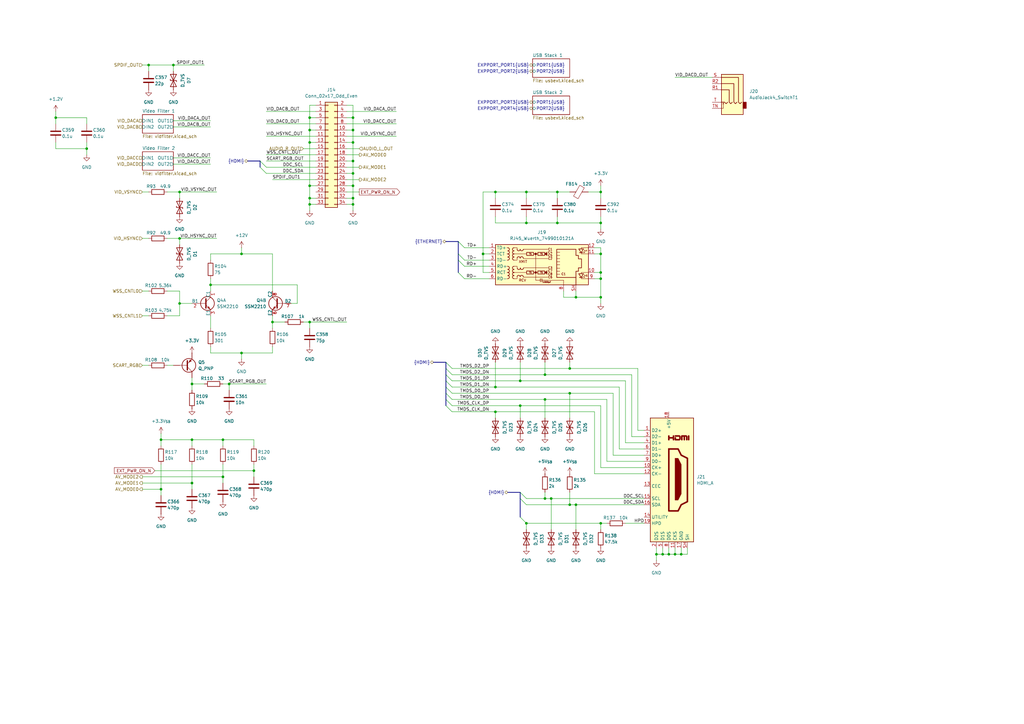
<source format=kicad_sch>
(kicad_sch (version 20250114) (generator "eeschema") (generator_version "9.0")
  (paper "A3")
  (junction (at 223.52 204.47))
  (junction (at 144.78 81.28))
  (junction (at 127 132.08))
  (junction (at 144.78 66.04))
  (junction (at 215.9 91.44))
  (junction (at 144.78 48.26))
  (junction (at 99.06 144.78))
  (junction (at 144.78 71.12))
  (junction (at 35.56 60.96))
  (junction (at 246.38 111.76))
  (junction (at 215.9 214.63))
  (junction (at 246.38 114.3))
  (junction (at 233.68 207.01))
  (junction (at 144.78 83.82))
  (junction (at 236.22 207.01))
  (junction (at 60.96 26.67))
  (junction (at 246.38 78.74))
  (junction (at 104.14 193.04))
  (junction (at 144.78 53.34))
  (junction (at 213.36 166.37))
  (junction (at 203.2 158.75))
  (junction (at 198.12 104.14))
  (junction (at 215.9 78.74))
  (junction (at 71.12 26.67))
  (junction (at 66.04 200.66))
  (junction (at 274.32 227.33))
  (junction (at 269.24 227.33))
  (junction (at 246.38 214.63))
  (junction (at 66.04 180.34))
  (junction (at 91.44 180.34))
  (junction (at 127 83.82))
  (junction (at 93.98 157.48))
  (junction (at 73.66 97.79))
  (junction (at 127 48.26))
  (junction (at 246.38 121.92))
  (junction (at 228.6 91.44))
  (junction (at 236.22 121.92))
  (junction (at 271.78 227.33))
  (junction (at 91.44 195.58))
  (junction (at 233.68 151.13))
  (junction (at 127 81.28))
  (junction (at 73.66 78.74))
  (junction (at 279.4 227.33))
  (junction (at 78.74 157.48))
  (junction (at 226.06 204.47))
  (junction (at 246.38 91.44))
  (junction (at 111.76 132.08))
  (junction (at 86.36 116.84))
  (junction (at 78.74 180.34))
  (junction (at 276.86 227.33))
  (junction (at 223.52 153.67))
  (junction (at 22.86 48.26))
  (junction (at 233.68 161.29))
  (junction (at 203.2 78.74))
  (junction (at 144.78 76.2))
  (junction (at 223.52 163.83))
  (junction (at 228.6 78.74))
  (junction (at 127 53.34))
  (junction (at 99.06 104.14))
  (junction (at 213.36 156.21))
  (junction (at 78.74 198.12))
  (junction (at 73.66 124.46))
  (junction (at 203.2 168.91))
  (junction (at 127 76.2))
  (junction (at 246.38 104.14))
  (junction (at 144.78 58.42))
  (junction (at 127 58.42))
  (bus_entry (at 182.88 158.75) (size 2.54 2.54))
  (bus_entry (at 213.36 201.93) (size 2.54 2.54))
  (bus_entry (at 182.88 166.37) (size 2.54 2.54))
  (bus_entry (at 182.88 151.13) (size 2.54 2.54))
  (bus_entry (at 106.68 68.58) (size 2.54 2.54))
  (bus_entry (at 182.88 156.21) (size 2.54 2.54))
  (bus_entry (at 182.88 148.59) (size 2.54 2.54))
  (bus_entry (at 182.88 161.29) (size 2.54 2.54))
  (bus_entry (at 187.96 99.06) (size 2.54 2.54))
  (bus_entry (at 187.96 104.14) (size 2.54 2.54))
  (bus_entry (at 187.96 106.68) (size 2.54 2.54))
  (bus_entry (at 106.68 66.04) (size 2.54 2.54))
  (bus_entry (at 182.88 153.67) (size 2.54 2.54))
  (bus_entry (at 182.88 163.83) (size 2.54 2.54))
  (bus_entry (at 213.36 212.09) (size 2.54 2.54))
  (bus_entry (at 187.96 111.76) (size 2.54 2.54))
  (bus_entry (at 213.36 204.47) (size 2.54 2.54))
  (wire (pts (xy 243.84 104.14) (xy 246.38 104.14)))
  (wire (pts (xy 142.24 71.12) (xy 144.78 71.12)))
  (wire (pts (xy 127 58.42) (xy 127 76.2)))
  (wire (pts (xy 104.14 180.34) (xy 91.44 180.34)))
  (wire (pts (xy 185.42 163.83) (xy 223.52 163.83)))
  (wire (pts (xy 99.06 104.14) (xy 99.06 101.6)))
  (wire (pts (xy 213.36 166.37) (xy 246.38 166.37)))
  (bus (pts (xy 182.88 163.83) (xy 182.88 161.29)))
  (wire (pts (xy 78.74 190.5) (xy 78.74 198.12)))
  (wire (pts (xy 292.1 31.75) (xy 276.86 31.75)))
  (wire (pts (xy 91.44 182.88) (xy 91.44 180.34)))
  (wire (pts (xy 246.38 191.77) (xy 246.38 166.37)))
  (wire (pts (xy 274.32 224.79) (xy 274.32 227.33)))
  (wire (pts (xy 73.66 97.79) (xy 88.9 97.79)))
  (wire (pts (xy 246.38 76.2) (xy 246.38 78.74)))
  (wire (pts (xy 203.2 168.91) (xy 243.84 168.91)))
  (wire (pts (xy 66.04 200.66) (xy 66.04 203.2)))
  (wire (pts (xy 73.66 78.74) (xy 73.66 81.28)))
  (bus (pts (xy 187.96 111.76) (xy 187.96 106.68)))
  (wire (pts (xy 127 81.28) (xy 127 83.82)))
  (wire (pts (xy 215.9 204.47) (xy 223.52 204.47)))
  (bus (pts (xy 182.88 166.37) (xy 182.88 163.83)))
  (wire (pts (xy 198.12 111.76) (xy 198.12 104.14)))
  (wire (pts (xy 203.2 158.75) (xy 254 158.75)))
  (wire (pts (xy 246.38 101.6) (xy 246.38 104.14)))
  (wire (pts (xy 144.78 48.26) (xy 144.78 53.34)))
  (wire (pts (xy 185.42 151.13) (xy 233.68 151.13)))
  (bus (pts (xy 106.68 66.04) (xy 106.68 68.58)))
  (wire (pts (xy 274.32 227.33) (xy 271.78 227.33)))
  (wire (pts (xy 246.38 121.92) (xy 246.38 124.46)))
  (wire (pts (xy 198.12 104.14) (xy 200.66 104.14)))
  (wire (pts (xy 264.16 176.53) (xy 261.62 176.53)))
  (wire (pts (xy 71.12 26.67) (xy 71.12 29.21)))
  (wire (pts (xy 223.52 153.67) (xy 259.08 153.67)))
  (wire (pts (xy 215.9 88.9) (xy 215.9 91.44)))
  (bus (pts (xy 208.28 201.93) (xy 213.36 201.93)))
  (wire (pts (xy 254 184.15) (xy 254 158.75)))
  (bus (pts (xy 182.88 151.13) (xy 182.88 148.59)))
  (wire (pts (xy 144.78 53.34) (xy 144.78 58.42)))
  (wire (pts (xy 78.74 180.34) (xy 66.04 180.34)))
  (wire (pts (xy 86.36 116.84) (xy 86.36 119.38)))
  (wire (pts (xy 121.92 116.84) (xy 121.92 124.46)))
  (wire (pts (xy 60.96 26.67) (xy 60.96 29.21)))
  (wire (pts (xy 251.46 186.69) (xy 251.46 161.29)))
  (wire (pts (xy 246.38 78.74) (xy 246.38 81.28)))
  (bus (pts (xy 182.88 158.75) (xy 182.88 156.21)))
  (wire (pts (xy 71.12 49.53) (xy 86.36 49.53)))
  (wire (pts (xy 190.5 114.3) (xy 200.66 114.3)))
  (wire (pts (xy 264.16 189.23) (xy 248.92 189.23)))
  (wire (pts (xy 215.9 207.01) (xy 233.68 207.01)))
  (wire (pts (xy 111.76 132.08) (xy 116.84 132.08)))
  (wire (pts (xy 142.24 76.2) (xy 144.78 76.2)))
  (wire (pts (xy 127 76.2) (xy 129.54 76.2)))
  (wire (pts (xy 264.16 184.15) (xy 254 184.15)))
  (wire (pts (xy 246.38 214.63) (xy 246.38 217.17)))
  (bus (pts (xy 187.96 104.14) (xy 187.96 99.06)))
  (wire (pts (xy 236.22 119.38) (xy 236.22 121.92)))
  (wire (pts (xy 215.9 78.74) (xy 228.6 78.74)))
  (wire (pts (xy 233.68 161.29) (xy 233.68 171.45)))
  (wire (pts (xy 78.74 198.12) (xy 78.74 200.66)))
  (wire (pts (xy 78.74 157.48) (xy 78.74 160.02)))
  (bus (pts (xy 187.96 106.68) (xy 187.96 104.14)))
  (wire (pts (xy 200.66 111.76) (xy 198.12 111.76)))
  (wire (pts (xy 71.12 67.31) (xy 86.36 67.31)))
  (wire (pts (xy 86.36 106.68) (xy 86.36 104.14)))
  (wire (pts (xy 111.76 132.08) (xy 111.76 134.62)))
  (wire (pts (xy 127 48.26) (xy 127 53.34)))
  (wire (pts (xy 246.38 114.3) (xy 246.38 121.92)))
  (wire (pts (xy 144.78 76.2) (xy 144.78 81.28)))
  (wire (pts (xy 35.56 60.96) (xy 22.86 60.96)))
  (wire (pts (xy 73.66 78.74) (xy 88.9 78.74)))
  (wire (pts (xy 109.22 55.88) (xy 129.54 55.88)))
  (wire (pts (xy 58.42 119.38) (xy 60.96 119.38)))
  (wire (pts (xy 142.24 55.88) (xy 162.56 55.88)))
  (wire (pts (xy 185.42 168.91) (xy 203.2 168.91)))
  (wire (pts (xy 185.42 158.75) (xy 203.2 158.75)))
  (wire (pts (xy 246.38 91.44) (xy 246.38 93.98)))
  (wire (pts (xy 71.12 26.67) (xy 83.82 26.67)))
  (wire (pts (xy 226.06 204.47) (xy 226.06 217.17)))
  (wire (pts (xy 271.78 227.33) (xy 269.24 227.33)))
  (wire (pts (xy 127 83.82) (xy 127 86.36)))
  (wire (pts (xy 66.04 190.5) (xy 66.04 200.66)))
  (wire (pts (xy 68.58 97.79) (xy 73.66 97.79)))
  (wire (pts (xy 246.38 104.14) (xy 246.38 111.76)))
  (wire (pts (xy 127 83.82) (xy 129.54 83.82)))
  (wire (pts (xy 71.12 52.07) (xy 86.36 52.07)))
  (wire (pts (xy 58.42 129.54) (xy 60.96 129.54)))
  (wire (pts (xy 233.68 151.13) (xy 261.62 151.13)))
  (wire (pts (xy 104.14 182.88) (xy 104.14 180.34)))
  (wire (pts (xy 68.58 149.86) (xy 71.12 149.86)))
  (wire (pts (xy 111.76 73.66) (xy 129.54 73.66)))
  (wire (pts (xy 142.24 45.72) (xy 162.56 45.72)))
  (wire (pts (xy 215.9 214.63) (xy 215.9 217.17)))
  (wire (pts (xy 264.16 191.77) (xy 246.38 191.77)))
  (wire (pts (xy 236.22 207.01) (xy 236.22 217.17)))
  (wire (pts (xy 73.66 97.79) (xy 73.66 100.33)))
  (wire (pts (xy 86.36 142.24) (xy 86.36 144.78)))
  (wire (pts (xy 203.2 168.91) (xy 203.2 171.45)))
  (wire (pts (xy 99.06 144.78) (xy 99.06 147.32)))
  (wire (pts (xy 223.52 163.83) (xy 248.92 163.83)))
  (wire (pts (xy 111.76 142.24) (xy 111.76 144.78)))
  (wire (pts (xy 243.84 101.6) (xy 246.38 101.6)))
  (wire (pts (xy 86.36 129.54) (xy 86.36 134.62)))
  (wire (pts (xy 91.44 190.5) (xy 91.44 195.58)))
  (wire (pts (xy 185.42 166.37) (xy 213.36 166.37)))
  (wire (pts (xy 248.92 189.23) (xy 248.92 163.83)))
  (wire (pts (xy 228.6 91.44) (xy 246.38 91.44)))
  (wire (pts (xy 22.86 50.8) (xy 22.86 48.26)))
  (wire (pts (xy 233.68 201.93) (xy 233.68 207.01)))
  (wire (pts (xy 213.36 166.37) (xy 213.36 171.45)))
  (wire (pts (xy 129.54 81.28) (xy 127 81.28)))
  (wire (pts (xy 144.78 66.04) (xy 144.78 71.12)))
  (wire (pts (xy 256.54 214.63) (xy 264.16 214.63)))
  (wire (pts (xy 243.84 194.31) (xy 243.84 168.91)))
  (wire (pts (xy 264.16 186.69) (xy 251.46 186.69)))
  (wire (pts (xy 246.38 214.63) (xy 248.92 214.63)))
  (wire (pts (xy 127 48.26) (xy 129.54 48.26)))
  (wire (pts (xy 22.86 60.96) (xy 22.86 58.42)))
  (wire (pts (xy 203.2 88.9) (xy 203.2 91.44)))
  (wire (pts (xy 203.2 91.44) (xy 215.9 91.44)))
  (wire (pts (xy 142.24 43.18) (xy 144.78 43.18)))
  (wire (pts (xy 215.9 91.44) (xy 228.6 91.44)))
  (wire (pts (xy 124.46 132.08) (xy 127 132.08)))
  (wire (pts (xy 93.98 157.48) (xy 93.98 160.02)))
  (wire (pts (xy 259.08 179.07) (xy 259.08 153.67)))
  (wire (pts (xy 213.36 156.21) (xy 213.36 148.59)))
  (wire (pts (xy 35.56 58.42) (xy 35.56 60.96)))
  (wire (pts (xy 71.12 26.67) (xy 60.96 26.67)))
  (wire (pts (xy 190.5 106.68) (xy 200.66 106.68)))
  (wire (pts (xy 93.98 157.48) (xy 109.22 157.48)))
  (wire (pts (xy 271.78 224.79) (xy 271.78 227.33)))
  (wire (pts (xy 111.76 104.14) (xy 111.76 119.38)))
  (wire (pts (xy 203.2 158.75) (xy 203.2 148.59)))
  (wire (pts (xy 127 76.2) (xy 127 81.28)))
  (wire (pts (xy 233.68 207.01) (xy 236.22 207.01)))
  (wire (pts (xy 269.24 224.79) (xy 269.24 227.33)))
  (wire (pts (xy 203.2 78.74) (xy 215.9 78.74)))
  (wire (pts (xy 243.84 111.76) (xy 246.38 111.76)))
  (wire (pts (xy 223.52 204.47) (xy 226.06 204.47)))
  (wire (pts (xy 246.38 91.44) (xy 246.38 88.9)))
  (wire (pts (xy 127 58.42) (xy 129.54 58.42)))
  (wire (pts (xy 190.5 109.22) (xy 200.66 109.22)))
  (bus (pts (xy 177.8 148.59) (xy 182.88 148.59)))
  (wire (pts (xy 58.42 198.12) (xy 78.74 198.12)))
  (wire (pts (xy 71.12 64.77) (xy 86.36 64.77)))
  (wire (pts (xy 223.52 153.67) (xy 223.52 148.59)))
  (wire (pts (xy 144.78 58.42) (xy 144.78 66.04)))
  (bus (pts (xy 182.88 99.06) (xy 187.96 99.06)))
  (wire (pts (xy 127 132.08) (xy 127 134.62)))
  (wire (pts (xy 99.06 104.14) (xy 111.76 104.14)))
  (wire (pts (xy 198.12 78.74) (xy 203.2 78.74)))
  (wire (pts (xy 73.66 119.38) (xy 73.66 124.46)))
  (wire (pts (xy 228.6 78.74) (xy 233.68 78.74)))
  (bus (pts (xy 182.88 153.67) (xy 182.88 151.13)))
  (wire (pts (xy 73.66 124.46) (xy 78.74 124.46)))
  (wire (pts (xy 78.74 180.34) (xy 91.44 180.34)))
  (wire (pts (xy 86.36 114.3) (xy 86.36 116.84)))
  (wire (pts (xy 22.86 48.26) (xy 35.56 48.26)))
  (wire (pts (xy 142.24 68.58) (xy 147.32 68.58)))
  (wire (pts (xy 86.36 116.84) (xy 121.92 116.84)))
  (wire (pts (xy 127 53.34) (xy 129.54 53.34)))
  (wire (pts (xy 231.14 121.92) (xy 236.22 121.92)))
  (wire (pts (xy 58.42 149.86) (xy 60.96 149.86)))
  (wire (pts (xy 35.56 60.96) (xy 35.56 63.5)))
  (wire (pts (xy 279.4 227.33) (xy 276.86 227.33)))
  (wire (pts (xy 215.9 214.63) (xy 246.38 214.63)))
  (wire (pts (xy 58.42 97.79) (xy 60.96 97.79)))
  (wire (pts (xy 276.86 227.33) (xy 274.32 227.33)))
  (wire (pts (xy 256.54 181.61) (xy 256.54 156.21)))
  (wire (pts (xy 129.54 63.5) (xy 109.22 63.5)))
  (wire (pts (xy 129.54 60.96) (xy 124.46 60.96)))
  (wire (pts (xy 144.78 71.12) (xy 144.78 76.2)))
  (wire (pts (xy 236.22 121.92) (xy 246.38 121.92)))
  (wire (pts (xy 142.24 58.42) (xy 144.78 58.42)))
  (wire (pts (xy 264.16 181.61) (xy 256.54 181.61)))
  (wire (pts (xy 236.22 207.01) (xy 264.16 207.01)))
  (wire (pts (xy 73.66 129.54) (xy 68.58 129.54)))
  (wire (pts (xy 86.36 144.78) (xy 99.06 144.78)))
  (wire (pts (xy 58.42 78.74) (xy 60.96 78.74)))
  (wire (pts (xy 144.78 43.18) (xy 144.78 48.26)))
  (wire (pts (xy 142.24 60.96) (xy 147.32 60.96)))
  (wire (pts (xy 276.86 224.79) (xy 276.86 227.33)))
  (wire (pts (xy 233.68 151.13) (xy 233.68 148.59)))
  (bus (pts (xy 101.6 66.04) (xy 106.68 66.04)))
  (wire (pts (xy 228.6 88.9) (xy 228.6 91.44)))
  (wire (pts (xy 104.14 190.5) (xy 104.14 193.04)))
  (wire (pts (xy 86.36 104.14) (xy 99.06 104.14)))
  (wire (pts (xy 241.3 78.74) (xy 246.38 78.74)))
  (wire (pts (xy 142.24 50.8) (xy 162.56 50.8)))
  (wire (pts (xy 91.44 195.58) (xy 91.44 198.12)))
  (wire (pts (xy 58.42 200.66) (xy 66.04 200.66)))
  (wire (pts (xy 243.84 114.3) (xy 246.38 114.3)))
  (wire (pts (xy 185.42 156.21) (xy 213.36 156.21)))
  (wire (pts (xy 68.58 78.74) (xy 73.66 78.74)))
  (wire (pts (xy 127 132.08) (xy 142.24 132.08)))
  (wire (pts (xy 185.42 161.29) (xy 233.68 161.29)))
  (wire (pts (xy 142.24 83.82) (xy 144.78 83.82)))
  (wire (pts (xy 109.22 50.8) (xy 129.54 50.8)))
  (wire (pts (xy 261.62 176.53) (xy 261.62 151.13)))
  (wire (pts (xy 35.56 48.26) (xy 35.56 50.8)))
  (wire (pts (xy 111.76 129.54) (xy 111.76 132.08)))
  (wire (pts (xy 58.42 195.58) (xy 91.44 195.58)))
  (wire (pts (xy 78.74 154.94) (xy 78.74 157.48)))
  (wire (pts (xy 129.54 43.18) (xy 127 43.18)))
  (wire (pts (xy 213.36 156.21) (xy 256.54 156.21)))
  (wire (pts (xy 68.58 119.38) (xy 73.66 119.38)))
  (wire (pts (xy 198.12 78.74) (xy 198.12 104.14)))
  (wire (pts (xy 223.52 163.83) (xy 223.52 171.45)))
  (wire (pts (xy 109.22 71.12) (xy 129.54 71.12)))
  (wire (pts (xy 22.86 45.72) (xy 22.86 48.26)))
  (wire (pts (xy 66.04 177.8) (xy 66.04 180.34)))
  (wire (pts (xy 58.42 26.67) (xy 60.96 26.67)))
  (bus (pts (xy 213.36 204.47) (xy 213.36 201.93)))
  (wire (pts (xy 121.92 124.46) (xy 119.38 124.46)))
  (wire (pts (xy 226.06 204.47) (xy 264.16 204.47)))
  (wire (pts (xy 142.24 81.28) (xy 144.78 81.28)))
  (wire (pts (xy 185.42 153.67) (xy 223.52 153.67)))
  (wire (pts (xy 269.24 227.33) (xy 269.24 229.87)))
  (wire (pts (xy 144.78 81.28) (xy 144.78 83.82)))
  (wire (pts (xy 231.14 119.38) (xy 231.14 121.92)))
  (wire (pts (xy 78.74 180.34) (xy 78.74 182.88)))
  (bus (pts (xy 213.36 212.09) (xy 213.36 204.47)))
  (wire (pts (xy 281.94 224.79) (xy 281.94 227.33)))
  (wire (pts (xy 264.16 194.31) (xy 243.84 194.31)))
  (wire (pts (xy 142.24 48.26) (xy 144.78 48.26)))
  (wire (pts (xy 129.54 66.04) (xy 109.22 66.04)))
  (wire (pts (xy 215.9 78.74) (xy 215.9 81.28)))
  (bus (pts (xy 182.88 161.29) (xy 182.88 158.75)))
  (wire (pts (xy 228.6 78.74) (xy 228.6 81.28)))
  (wire (pts (xy 144.78 83.82) (xy 144.78 86.36)))
  (wire (pts (xy 223.52 201.93) (xy 223.52 204.47)))
  (wire (pts (xy 109.22 68.58) (xy 129.54 68.58)))
  (wire (pts (xy 142.24 66.04) (xy 144.78 66.04)))
  (wire (pts (xy 281.94 227.33) (xy 279.4 227.33)))
  (wire (pts (xy 78.74 157.48) (xy 83.82 157.48)))
  (wire (pts (xy 91.44 157.48) (xy 93.98 157.48)))
  (wire (pts (xy 66.04 180.34) (xy 66.04 182.88)))
  (wire (pts (xy 142.24 73.66) (xy 147.32 73.66)))
  (wire (pts (xy 233.68 161.29) (xy 251.46 161.29)))
  (wire (pts (xy 279.4 224.79) (xy 279.4 227.33)))
  (wire (pts (xy 127 53.34) (xy 127 58.42)))
  (wire (pts (xy 190.5 101.6) (xy 200.66 101.6)))
  (wire (pts (xy 246.38 111.76) (xy 246.38 114.3)))
  (wire (pts (xy 63.5 193.04) (xy 104.14 193.04)))
  (bus (pts (xy 182.88 156.21) (xy 182.88 153.67)))
  (wire (pts (xy 142.24 63.5) (xy 147.32 63.5)))
  (wire (pts (xy 264.16 179.07) (xy 259.08 179.07)))
  (wire (pts (xy 109.22 45.72) (xy 129.54 45.72)))
  (wire (pts (xy 203.2 78.74) (xy 203.2 81.28)))
  (wire (pts (xy 127 43.18) (xy 127 48.26)))
  (wire (pts (xy 142.24 78.74) (xy 147.32 78.74)))
  (wire (pts (xy 99.06 144.78) (xy 111.76 144.78)))
  (wire (pts (xy 73.66 124.46) (xy 73.66 129.54)))
  (wire (pts (xy 104.14 193.04) (xy 104.14 195.58)))
  (wire (pts (xy 142.24 53.34) (xy 144.78 53.34)))
  (label "VID_DACB_OUT" (at 109.22 45.72 0))
  (label "RD-" (at 195.58 114.3 180))
  (label "VID_DACA_OUT" (at 162.56 45.72 180))
  (label "VID_DACD_OUT" (at 86.36 67.31 180))
  (label "VID_HSYNC_OUT" (at 109.22 55.88 0))
  (label "TMDS_CLK_DN" (at 200.66 168.91 180))
  (label "VID_DACA_OUT" (at 86.36 49.53 180))
  (label "VID_VSYNC_OUT" (at 88.9 78.74 180))
  (label "RD+" (at 195.58 109.22 180))
  (label "VID_DACC_OUT" (at 86.36 64.77 180))
  (label "TMDS_D0_DP" (at 200.66 161.29 180))
  (label "WSS_CNTL_OUT" (at 109.22 63.5 0))
  (label "TMDS_D1_DN" (at 200.66 158.75 180))
  (label "TMDS_D2_DN" (at 200.66 153.67 180))
  (label "VID_HSYNC_OUT" (at 88.9 97.79 180))
  (label "TMDS_D1_DP" (at 200.66 156.21 180))
  (label "SCART_RGB_OUT" (at 109.22 66.04 0))
  (label "TMDS_CLK_DP" (at 200.66 166.37 180))
  (label "DDC_SDA" (at 124.46 71.12 180))
  (label "VID_DACD_OUT" (at 276.86 31.75 0))
  (label "DDC_SCL" (at 264.16 204.47 180))
  (label "DDC_SDA" (at 264.16 207.01 180))
  (label "HPD" (at 264.16 214.63 180))
  (label "TMDS_D0_DN" (at 200.66 163.83 180))
  (label "TD-" (at 195.58 106.68 180))
  (label "VID_DACC_OUT" (at 162.56 50.8 180))
  (label "SPDIF_OUT1" (at 83.82 26.67 180))
  (label "DDC_SCL" (at 124.46 68.58 180))
  (label "VID_DACD_OUT" (at 109.22 50.8 0))
  (label "SPDIF_OUT1" (at 111.76 73.66 0))
  (label "VID_VSYNC_OUT" (at 162.56 55.88 180))
  (label "TD+" (at 195.58 101.6 180))
  (label "TMDS_D2_DP" (at 200.66 151.13 180))
  (label "SCART_RGB_OUT" (at 109.22 157.48 180))
  (label "WSS_CNTL_OUT" (at 142.24 132.08 180))
  (label "VID_DACB_OUT" (at 86.36 52.07 180))
  (global_label "EXT_PWR_ON_N" (shape input) (at 63.5 193.04 180) (property "Intersheetrefs" "${INTERSHEET_REFS}" (at 46.303 193.04 0) (effects (justify right))))
  (global_label "EXT_PWR_ON_N" (shape output) (at 147.32 78.74 0) (property "Intersheetrefs" "${INTERSHEET_REFS}" (at 164.517 78.74 0) (effects (justify left))))
  (hierarchical_label "{HDMI}" (shape bidirectional) (at 101.6 66.04 180))
  (hierarchical_label "{HDMI}" (shape bidirectional) (at 208.28 201.93 180))
  (hierarchical_label "{HDMI}" (shape bidirectional) (at 177.8 148.59 180))
  (hierarchical_label "SPDIF_OUT" (shape input) (at 58.42 26.67 180))
  (hierarchical_label "AV_MODE2" (shape output) (at 58.42 195.58 180))
  (hierarchical_label "VID_HSYNC" (shape input) (at 58.42 97.79 180))
  (hierarchical_label "AV_MODE0" (shape output) (at 147.32 63.5 0))
  (hierarchical_label "EXPPORT_PORT4{USB}" (shape bidirectional) (at 218.44 44.45 180))
  (hierarchical_label "{ETHERNET}" (shape bidirectional) (at 182.88 99.06 180))
  (hierarchical_label "AUDIO_R_OUT" (shape input) (at 124.46 60.96 180))
  (hierarchical_label "AV_MODE0" (shape output) (at 58.42 200.66 180))
  (hierarchical_label "SCART_RGB" (shape input) (at 58.42 149.86 180))
  (hierarchical_label "AV_MODE1" (shape output) (at 147.32 68.58 0))
  (hierarchical_label "VID_DACB" (shape input) (at 58.42 52.07 180))
  (hierarchical_label "VID_DACC" (shape input) (at 58.42 64.77 180))
  (hierarchical_label "AV_MODE1" (shape output) (at 58.42 198.12 180))
  (hierarchical_label "VID_DACD" (shape input) (at 58.42 67.31 180))
  (hierarchical_label "WSS_CNTL0" (shape input) (at 58.42 119.38 180))
  (hierarchical_label "VID_VSYNC" (shape input) (at 58.42 78.74 180))
  (hierarchical_label "EXPPORT_PORT3{USB}" (shape bidirectional) (at 218.44 41.91 180))
  (hierarchical_label "AV_MODE2" (shape output) (at 147.32 73.66 0))
  (hierarchical_label "EXPPORT_PORT1{USB}" (shape bidirectional) (at 218.44 26.67 180))
  (hierarchical_label "AUDIO_L_OUT" (shape input) (at 147.32 60.96 0))
  (hierarchical_label "WSS_CNTL1" (shape input) (at 58.42 129.54 180))
  (hierarchical_label "EXPPORT_PORT2{USB}" (shape bidirectional) (at 218.44 29.21 180))
  (hierarchical_label "VID_DACA" (shape input) (at 58.42 49.53 180))
  (symbol (lib_id "Device:D_TVS") (at 223.52 144.78 90) (unit 1)
    (property "Reference" "D28" (at 217.17 144.78 0))
    (property "Value" "D_TVS" (at 219.71 144.78 0))
    (property "Description" "Bidirectional transient-voltage-suppression diode" (effects (hide yes)))
  )
  (symbol (lib_id "power:GND") (at 269.24 229.87 0) (unit 1)
    (property "Reference" "#PWR0286" (effects (hide yes)))
    (property "Value" "GND" (at 269.24 234.95 0))
    (property "Description" "Power symbol creates a global label with name \"GND\" , ground" (effects (hide yes)))
  )
  (symbol (lib_id "Connector:HDMI_A") (at 274.32 196.85 0) (unit 1)
    (property "Reference" "J21" (at 285.75 195.5799 0) (effects (justify left)))
    (property "Value" "HDMI_A" (at 285.75 198.1199 0) (effects (justify left)))
    (property "Datasheet" "https://en.wikipedia.org/wiki/HDMI" (effects (hide yes)))
    (property "Description" "HDMI type A connector" (effects (hide yes)))
  )
  (symbol (lib_id "Connector_Audio:AudioJack4_SwitchT1") (at 297.18 36.83 0) (mirror y) (unit 1)
    (property "Reference" "J20" (at 307.34 37.4649 0) (effects (justify right)))
    (property "Value" "AudioJack4_SwitchT1" (at 307.34 40.0049 0) (effects (justify right)))
    (property "Description" "Audio Jack, 4 Poles (Stereo / TRRS), Switched T1 Pole (Normalling)" (effects (hide yes)))
  )
  (symbol (lib_id "power:GND") (at 99.06 147.32 0) (unit 1)
    (property "Reference" "#PWR0219" (effects (hide yes)))
    (property "Value" "GND" (at 99.06 152.4 0))
    (property "Description" "Power symbol creates a global label with name \"GND\" , ground" (effects (hide yes)))
  )
  (symbol (lib_id "Device:R") (at 87.63 157.48 90) (unit 1)
    (property "Reference" "R110" (at 84.836 155.194 90))
    (property "Value" "33" (at 90.678 155.194 90))
    (property "Description" "Resistor" (effects (hide yes)))
  )
  (symbol (lib_id "power:+5V") (at 233.68 194.31 0) (unit 1)
    (property "Reference" "#PWR0287" (effects (hide yes)))
    (property "Value" "+5V_{SB}" (at 233.68 189.23 0))
    (property "Description" "Power symbol creates a global label with name \"+5V\"" (effects (hide yes)))
  )
  (symbol (lib_id "power:GND") (at 93.98 167.64 0) (unit 1)
    (property "Reference" "#PWR0225" (effects (hide yes)))
    (property "Value" "GND" (at 93.98 172.72 0))
    (property "Description" "Power symbol creates a global label with name \"GND\" , ground" (effects (hide yes)))
  )
  (symbol (lib_id "power:GND") (at 127 86.36 0) (unit 1)
    (property "Reference" "#PWR0284" (effects (hide yes)))
    (property "Value" "GND" (at 127 91.44 0))
    (property "Description" "Power symbol creates a global label with name \"GND\" , ground" (effects (hide yes)))
  )
  (symbol (lib_id "power:GND") (at 223.52 179.07 0) (unit 1)
    (property "Reference" "#PWR0291" (effects (hide yes)))
    (property "Value" "GND" (at 223.52 184.15 0))
    (property "Description" "Power symbol creates a global label with name \"GND\" , ground" (effects (hide yes)))
  )
  (symbol (lib_id "power:+3.3V") (at 246.38 76.2 0) (unit 1)
    (property "Reference" "#PWR0273" (effects (hide yes)))
    (property "Value" "+3.3V" (at 246.38 71.12 0))
    (property "Description" "Power symbol creates a global label with name \"+3.3V\"" (effects (hide yes)))
  )
  (symbol (lib_id "Device:D_TVS") (at 226.06 220.98 270) (unit 1)
    (property "Reference" "D31" (at 232.41 220.98 0))
    (property "Value" "D_TVS" (at 229.87 220.98 0))
    (property "Description" "Bidirectional transient-voltage-suppression diode" (effects (hide yes)))
  )
  (symbol (lib_id "Device:R") (at 78.74 163.83 0) (unit 1)
    (property "Reference" "R109" (at 80.264 162.56 0) (effects (justify left)))
    (property "Value" "10k" (at 80.264 165.1 0) (effects (justify left)))
    (property "Description" "Resistor" (effects (hide yes)))
  )
  (symbol (lib_id "power:GND") (at 66.04 210.82 0) (unit 1)
    (property "Reference" "#PWR0228" (effects (hide yes)))
    (property "Value" "GND" (at 66.04 215.9 0))
    (property "Description" "Power symbol creates a global label with name \"GND\" , ground" (effects (hide yes)))
  )
  (symbol (lib_id "power:VDD") (at 22.86 45.72 0) (unit 1)
    (property "Reference" "#PWR0221" (effects (hide yes)))
    (property "Value" "+1.2V" (at 22.86 40.64 0))
    (property "Description" "Power symbol creates a global label with name \"VDD\"" (effects (hide yes)))
  )
  (symbol (lib_id "power:GND") (at 223.52 140.97 180) (unit 1)
    (property "Reference" "#PWR0294" (effects (hide yes)))
    (property "Value" "GND" (at 223.52 135.89 0))
    (property "Description" "Power symbol creates a global label with name \"GND\" , ground" (effects (hide yes)))
  )
  (symbol (lib_id "Device:C") (at 228.6 85.09 0) (unit 1)
    (property "Reference" "C380" (at 231.14 83.82 0) (effects (justify left)))
    (property "Value" "0.1u" (at 231.14 86.36 0) (effects (justify left)))
    (property "Description" "Unpolarized capacitor" (effects (hide yes)))
  )
  (symbol (lib_id "Device:D_TVS") (at 73.66 104.14 270) (unit 1)
    (property "Reference" "D1" (at 80.01 104.14 0))
    (property "Value" "D_TVS" (at 77.47 104.14 0))
    (property "Description" "Bidirectional transient-voltage-suppression diode" (effects (hide yes)))
  )
  (symbol (lib_id "Device:R") (at 104.14 186.69 0) (unit 1)
    (property "Reference" "R120" (at 105.664 185.42 0) (effects (justify left)))
    (property "Value" "10k" (at 105.664 187.96 0) (effects (justify left)))
    (property "Description" "Resistor" (effects (hide yes)))
  )
  (symbol (lib_id "Device:C") (at 127 138.43 0) (unit 1)
    (property "Reference" "C358" (at 129.54 137.16 0) (effects (justify left)))
    (property "Value" "75p" (at 129.54 139.7 0) (effects (justify left)))
    (property "Description" "Unpolarized capacitor" (effects (hide yes)))
  )
  (symbol (lib_id "power:GND") (at 246.38 93.98 0) (unit 1)
    (property "Reference" "#PWR0274" (effects (hide yes)))
    (property "Value" "GND" (at 246.38 99.06 0))
    (property "Description" "Power symbol creates a global label with name \"GND\" , ground" (effects (hide yes)))
  )
  (symbol (lib_id "power:GND") (at 213.36 140.97 180) (unit 1)
    (property "Reference" "#PWR0295" (effects (hide yes)))
    (property "Value" "GND" (at 213.36 135.89 0))
    (property "Description" "Power symbol creates a global label with name \"GND\" , ground" (effects (hide yes)))
  )
  (symbol (lib_id "Device:R") (at 64.77 129.54 90) (unit 1)
    (property "Reference" "R103" (at 61.976 127.254 90))
    (property "Value" "4.75k" (at 67.818 127.254 90))
    (property "Description" "Resistor" (effects (hide yes)))
  )
  (symbol (lib_id "power:GND") (at 236.22 224.79 0) (unit 1)
    (property "Reference" "#PWR0298" (effects (hide yes)))
    (property "Value" "GND" (at 236.22 229.87 0))
    (property "Description" "Power symbol creates a global label with name \"GND\" , ground" (effects (hide yes)))
  )
  (symbol (lib_id "Device:Q_PNP") (at 76.2 149.86 0) (mirror x) (unit 1)
    (property "Reference" "Q5" (at 81.28 148.59 0) (effects (justify left)))
    (property "Value" "Q_PNP" (at 81.28 151.13 0) (effects (justify left)))
    (property "Description" "PNP bipolar junction transistor" (effects (hide yes)))
  )
  (symbol (lib_id "Device:D_TVS") (at 233.68 175.26 270) (unit 1)
    (property "Reference" "D26" (at 240.03 175.26 0))
    (property "Value" "D_TVS" (at 237.49 175.26 0))
    (property "Description" "Bidirectional transient-voltage-suppression diode" (effects (hide yes)))
  )
  (symbol (lib_id "Device:C") (at 93.98 163.83 0) (unit 1)
    (property "Reference" "C361" (at 96.52 162.56 0) (effects (justify left)))
    (property "Value" "10n" (at 96.52 165.1 0) (effects (justify left)))
    (property "Description" "Unpolarized capacitor" (effects (hide yes)))
  )
  (symbol (lib_id "power:+3.3V") (at 66.04 177.8 0) (unit 1)
    (property "Reference" "#PWR0232" (effects (hide yes)))
    (property "Value" "+3.3V_{SB}" (at 66.04 172.72 0))
    (property "Description" "Power symbol creates a global label with name \"+3.3V\"" (effects (hide yes)))
  )
  (symbol (lib_id "power:GND") (at 71.12 36.83 0) (unit 1)
    (property "Reference" "#PWR0216" (effects (hide yes)))
    (property "Value" "GND" (at 71.12 41.91 0))
    (property "Description" "Power symbol creates a global label with name \"GND\" , ground" (effects (hide yes)))
  )
  (symbol (lib_id "Device:C") (at 78.74 204.47 0) (unit 1)
    (property "Reference" "C367" (at 81.28 203.2 0) (effects (justify left)))
    (property "Value" "470p" (at 81.28 205.74 0) (effects (justify left)))
    (property "Description" "Unpolarized capacitor" (effects (hide yes)))
  )
  (symbol (lib_id "Device:D_TVS") (at 213.36 144.78 90) (unit 1)
    (property "Reference" "D29" (at 207.01 144.78 0))
    (property "Value" "D_TVS" (at 209.55 144.78 0))
    (property "Description" "Bidirectional transient-voltage-suppression diode" (effects (hide yes)))
  )
  (symbol (lib_id "power:GND") (at 91.44 205.74 0) (unit 1)
    (property "Reference" "#PWR0230" (effects (hide yes)))
    (property "Value" "GND" (at 91.44 210.82 0))
    (property "Description" "Power symbol creates a global label with name \"GND\" , ground" (effects (hide yes)))
  )
  (symbol (lib_id "Device:R") (at 246.38 220.98 0) (unit 1)
    (property "Reference" "R138" (at 247.904 219.71 0) (effects (justify left)))
    (property "Value" "47.5k" (at 247.904 222.25 0) (effects (justify left)))
    (property "Description" "Resistor" (effects (hide yes)))
  )
  (symbol (lib_id "power:+5V") (at 223.52 194.31 0) (unit 1)
    (property "Reference" "#PWR0288" (effects (hide yes)))
    (property "Value" "+5V_{SB}" (at 223.52 189.23 0))
    (property "Description" "Power symbol creates a global label with name \"+5V\"" (effects (hide yes)))
  )
  (symbol (lib_id "power:GND") (at 144.78 86.36 0) (unit 1)
    (property "Reference" "#PWR0285" (effects (hide yes)))
    (property "Value" "GND" (at 144.78 91.44 0))
    (property "Description" "Power symbol creates a global label with name \"GND\" , ground" (effects (hide yes)))
  )
  (symbol (lib_id "power:GND") (at 73.66 107.95 0) (unit 1)
    (property "Reference" "#PWR0182" (effects (hide yes)))
    (property "Value" "GND" (at 73.66 113.03 0))
    (property "Description" "Power symbol creates a global label with name \"GND\" , ground" (effects (hide yes)))
  )
  (symbol (lib_id "Device:C") (at 35.56 54.61 0) (unit 1)
    (property "Reference" "C360" (at 38.1 53.34 0) (effects (justify left)))
    (property "Value" "0.1u" (at 38.1 55.88 0) (effects (justify left)))
    (property "Description" "Unpolarized capacitor" (effects (hide yes)))
  )
  (symbol (lib_id "Device:C") (at 60.96 33.02 0) (unit 1)
    (property "Reference" "C357" (at 63.5 31.75 0) (effects (justify left)))
    (property "Value" "22p" (at 63.5 34.29 0) (effects (justify left)))
    (property "Description" "Unpolarized capacitor" (effects (hide yes)))
  )
  (symbol (lib_id "power:GND") (at 233.68 179.07 0) (unit 1)
    (property "Reference" "#PWR0292" (effects (hide yes)))
    (property "Value" "GND" (at 233.68 184.15 0))
    (property "Description" "Power symbol creates a global label with name \"GND\" , ground" (effects (hide yes)))
  )
  (symbol (lib_id "power:GND") (at 203.2 140.97 180) (unit 1)
    (property "Reference" "#PWR0296" (effects (hide yes)))
    (property "Value" "GND" (at 203.2 135.89 0))
    (property "Description" "Power symbol creates a global label with name \"GND\" , ground" (effects (hide yes)))
  )
  (symbol (lib_id "Device:R") (at 64.77 97.79 90) (unit 1)
    (property "Reference" "R92" (at 61.976 95.504 90))
    (property "Value" "49.9" (at 67.818 95.504 90))
    (property "Description" "Resistor" (effects (hide yes)))
  )
  (symbol (lib_id "Device:R") (at 78.74 186.69 0) (unit 1)
    (property "Reference" "R118" (at 80.264 185.42 0) (effects (justify left)))
    (property "Value" "10k" (at 80.264 187.96 0) (effects (justify left)))
    (property "Description" "Resistor" (effects (hide yes)))
  )
  (symbol (lib_id "Device:R") (at 120.65 132.08 90) (unit 1)
    (property "Reference" "R107" (at 117.856 129.794 90))
    (property "Value" "1k" (at 123.698 129.794 90))
    (property "Description" "Resistor" (effects (hide yes)))
  )
  (symbol (lib_id "power:GND") (at 127 142.24 0) (unit 1)
    (property "Reference" "#PWR0220" (effects (hide yes)))
    (property "Value" "GND" (at 127 147.32 0))
    (property "Description" "Power symbol creates a global label with name \"GND\" , ground" (effects (hide yes)))
  )
  (symbol (lib_id "power:GND") (at 104.14 203.2 0) (unit 1)
    (property "Reference" "#PWR0231" (effects (hide yes)))
    (property "Value" "GND" (at 104.14 208.28 0))
    (property "Description" "Power symbol creates a global label with name \"GND\" , ground" (effects (hide yes)))
  )
  (symbol (lib_id "power:GND") (at 246.38 224.79 0) (unit 1)
    (property "Reference" "#PWR0300" (effects (hide yes)))
    (property "Value" "GND" (at 246.38 229.87 0))
    (property "Description" "Power symbol creates a global label with name \"GND\" , ground" (effects (hide yes)))
  )
  (symbol (lib_id "Device:D_TVS") (at 203.2 175.26 270) (unit 1)
    (property "Reference" "D23" (at 209.55 175.26 0))
    (property "Value" "D_TVS" (at 207.01 175.26 0))
    (property "Description" "Bidirectional transient-voltage-suppression diode" (effects (hide yes)))
  )
  (symbol (lib_id "Transistor_BJT:SSM2210") (at 83.82 124.46 0) (unit 1)
    (property "Reference" "Q4" (at 88.9 123.1899 0) (effects (justify left)))
    (property "Value" "SSM2210" (at 88.9 125.7299 0) (effects (justify left)))
    (property "Datasheet" "https://www.analog.com/media/en/technical-documentation/obsolete-data-sheets/SSM2210.pdf" (effects (hide yes)))
    (property "Description" "Audio Dual Matched NPN transistor, DIP-8/SOIC-8" (effects (hide yes)))
  )
  (symbol (lib_id "power:GND") (at 233.68 140.97 180) (unit 1)
    (property "Reference" "#PWR0293" (effects (hide yes)))
    (property "Value" "GND" (at 233.68 135.89 0))
    (property "Description" "Power symbol creates a global label with name \"GND\" , ground" (effects (hide yes)))
  )
  (symbol (lib_id "power:GND") (at 73.66 88.9 0) (unit 1)
    (property "Reference" "#PWR0183" (effects (hide yes)))
    (property "Value" "GND" (at 73.66 93.98 0))
    (property "Description" "Power symbol creates a global label with name \"GND\" , ground" (effects (hide yes)))
  )
  (symbol (lib_id "power:+3.3V") (at 78.74 144.78 0) (unit 1)
    (property "Reference" "#PWR0223" (effects (hide yes)))
    (property "Value" "+3.3V" (at 78.74 139.7 0))
    (property "Description" "Power symbol creates a global label with name \"+3.3V\"" (effects (hide yes)))
  )
  (symbol (lib_id "Device:C") (at 203.2 85.09 0) (unit 1)
    (property "Reference" "C374" (at 205.74 83.82 0) (effects (justify left)))
    (property "Value" "0.1u" (at 205.74 86.36 0) (effects (justify left)))
    (property "Description" "Unpolarized capacitor" (effects (hide yes)))
  )
  (symbol (lib_id "Device:R") (at 64.77 149.86 90) (unit 1)
    (property "Reference" "R108" (at 61.976 147.574 90))
    (property "Value" "10k" (at 67.818 147.574 90))
    (property "Description" "Resistor" (effects (hide yes)))
  )
  (symbol (lib_id "Device:D_TVS") (at 203.2 144.78 90) (unit 1)
    (property "Reference" "D30" (at 196.85 144.78 0))
    (property "Value" "D_TVS" (at 199.39 144.78 0))
    (property "Description" "Bidirectional transient-voltage-suppression diode" (effects (hide yes)))
  )
  (symbol (lib_id "Device:C") (at 22.86 54.61 0) (unit 1)
    (property "Reference" "C359" (at 25.4 53.34 0) (effects (justify left)))
    (property "Value" "0.1u" (at 25.4 55.88 0) (effects (justify left)))
    (property "Description" "Unpolarized capacitor" (effects (hide yes)))
  )
  (symbol (lib_id "Transistor_BJT:SSM2210") (at 114.3 124.46 0) (mirror y) (unit 2)
    (property "Reference" "Q4" (at 109.22 123.1899 0) (effects (justify left)))
    (property "Value" "SSM2210" (at 109.22 125.7299 0) (effects (justify left)))
    (property "Datasheet" "https://www.analog.com/media/en/technical-documentation/obsolete-data-sheets/SSM2210.pdf" (effects (hide yes)))
    (property "Description" "Audio Dual Matched NPN transistor, DIP-8/SOIC-8" (effects (hide yes)))
  )
  (symbol (lib_id "power:GND") (at 60.96 36.83 0) (unit 1)
    (property "Reference" "#PWR0217" (effects (hide yes)))
    (property "Value" "GND" (at 60.96 41.91 0))
    (property "Description" "Power symbol creates a global label with name \"GND\" , ground" (effects (hide yes)))
  )
  (symbol (lib_id "power:GND") (at 226.06 224.79 0) (unit 1)
    (property "Reference" "#PWR0297" (effects (hide yes)))
    (property "Value" "GND" (at 226.06 229.87 0))
    (property "Description" "Power symbol creates a global label with name \"GND\" , ground" (effects (hide yes)))
  )
  (symbol (lib_id "power:GND") (at 203.2 179.07 0) (unit 1)
    (property "Reference" "#PWR0289" (effects (hide yes)))
    (property "Value" "GND" (at 203.2 184.15 0))
    (property "Description" "Power symbol creates a global label with name \"GND\" , ground" (effects (hide yes)))
  )
  (symbol (lib_id "power:GND") (at 215.9 224.79 0) (unit 1)
    (property "Reference" "#PWR0299" (effects (hide yes)))
    (property "Value" "GND" (at 215.9 229.87 0))
    (property "Description" "Power symbol creates a global label with name \"GND\" , ground" (effects (hide yes)))
  )
  (symbol (lib_id "Device:D_TVS") (at 73.66 85.09 270) (unit 1)
    (property "Reference" "D2" (at 80.01 85.09 0))
    (property "Value" "D_TVS" (at 77.47 85.09 0))
    (property "Description" "Bidirectional transient-voltage-suppression diode" (effects (hide yes)))
  )
  (symbol (lib_id "power:GND") (at 246.38 124.46 0) (unit 1)
    (property "Reference" "#PWR0275" (effects (hide yes)))
    (property "Value" "GND" (at 246.38 129.54 0))
    (property "Description" "Power symbol creates a global label with name \"GND\" , ground" (effects (hide yes)))
  )
  (symbol (lib_id "power:+12V") (at 99.06 101.6 0) (unit 1)
    (property "Reference" "#PWR0218" (effects (hide yes)))
    (property "Value" "+12V" (at 99.06 96.52 0))
    (property "Description" "Power symbol creates a global label with name \"+12V\"" (effects (hide yes)))
  )
  (symbol (lib_id "Device:C") (at 246.38 85.09 0) (unit 1)
    (property "Reference" "C392" (at 248.92 83.82 0) (effects (justify left)))
    (property "Value" "0.1u" (at 248.92 86.36 0) (effects (justify left)))
    (property "Description" "Unpolarized capacitor" (effects (hide yes)))
  )
  (symbol (lib_id "Device:FerriteBead") (at 237.49 78.74 90) (unit 1)
    (property "Reference" "FB14" (at 234.442 75.438 90))
    (property "Value" "120" (at 240.792 75.438 90))
    (property "Description" "Ferrite bead" (effects (hide yes)))
  )
  (symbol (lib_id "Device:C") (at 104.14 199.39 0) (unit 1)
    (property "Reference" "C369" (at 106.68 198.12 0) (effects (justify left)))
    (property "Value" "470p" (at 106.68 200.66 0) (effects (justify left)))
    (property "Description" "Unpolarized capacitor" (effects (hide yes)))
  )
  (symbol (lib_id "Device:R") (at 252.73 214.63 90) (unit 1)
    (property "Reference" "R137" (at 249.936 212.344 90))
    (property "Value" "10k" (at 255.778 212.344 90))
    (property "Description" "Resistor" (effects (hide yes)))
  )
  (symbol (lib_id "Connector:RJ45_Wuerth_7499010121A") (at 220.98 109.22 0) (unit 1)
    (property "Reference" "J19" (at 222.25 95.25 0))
    (property "Value" "RJ45_Wuerth_7499010121A" (at 222.25 97.79 0))
    (property "Footprint" "Connector_RJ:RJ45_Wuerth_7499010121A_Horizontal" (effects (hide yes)))
    (property "Datasheet" "http://katalog.we-online.de/pbs/datasheet/7499010121A.pdf" (effects (hide yes)))
    (property "Description" "LAN Transformer Jack, RJ45, 10/100 BaseT" (effects (hide yes)))
  )
  (symbol (lib_id "Device:D_TVS") (at 223.52 175.26 270) (unit 1)
    (property "Reference" "D25" (at 229.87 175.26 0))
    (property "Value" "D_TVS" (at 227.33 175.26 0))
    (property "Description" "Bidirectional transient-voltage-suppression diode" (effects (hide yes)))
  )
  (symbol (lib_id "Device:R") (at 66.04 186.69 0) (unit 1)
    (property "Reference" "R117" (at 67.564 185.42 0) (effects (justify left)))
    (property "Value" "10k" (at 67.564 187.96 0) (effects (justify left)))
    (property "Description" "Resistor" (effects (hide yes)))
  )
  (symbol (lib_id "Device:R") (at 86.36 110.49 0) (unit 1)
    (property "Reference" "R104" (at 87.884 109.22 0) (effects (justify left)))
    (property "Value" "75" (at 87.884 111.76 0) (effects (justify left)))
    (property "Description" "Resistor" (effects (hide yes)))
  )
  (symbol (lib_id "power:GND") (at 213.36 179.07 0) (unit 1)
    (property "Reference" "#PWR0290" (effects (hide yes)))
    (property "Value" "GND" (at 213.36 184.15 0))
    (property "Description" "Power symbol creates a global label with name \"GND\" , ground" (effects (hide yes)))
  )
  (symbol (lib_id "power:GND") (at 78.74 167.64 0) (unit 1)
    (property "Reference" "#PWR0224" (effects (hide yes)))
    (property "Value" "GND" (at 78.74 172.72 0))
    (property "Description" "Power symbol creates a global label with name \"GND\" , ground" (effects (hide yes)))
  )
  (symbol (lib_id "Connector_Generic:Conn_02x17_Odd_Even") (at 134.62 63.5 0) (unit 1)
    (property "Reference" "J14" (at 135.89 36.83 0))
    (property "Value" "Conn_02x17_Odd_Even" (at 135.89 39.37 0))
    (property "Description" "Generic connector, double row, 02x17, odd/even pin numbering scheme (row 1 odd numbers, row 2 even numbers), script generated (kicad-library-utils/schlib/autogen/connector/)" (effects (hide yes)))
  )
  (symbol (lib_id "power:GND") (at 35.56 63.5 0) (unit 1)
    (property "Reference" "#PWR0222" (effects (hide yes)))
    (property "Value" "GND" (at 35.56 68.58 0))
    (property "Description" "Power symbol creates a global label with name \"GND\" , ground" (effects (hide yes)))
  )
  (symbol (lib_id "Device:D_TVS") (at 215.9 220.98 270) (unit 1)
    (property "Reference" "D33" (at 222.25 220.98 0))
    (property "Value" "D_TVS" (at 219.71 220.98 0))
    (property "Description" "Bidirectional transient-voltage-suppression diode" (effects (hide yes)))
  )
  (symbol (lib_id "Device:R") (at 86.36 138.43 0) (unit 1)
    (property "Reference" "R105" (at 87.884 137.16 0) (effects (justify left)))
    (property "Value" "301" (at 87.884 139.7 0) (effects (justify left)))
    (property "Description" "Resistor" (effects (hide yes)))
  )
  (symbol (lib_id "Device:C") (at 91.44 201.93 0) (unit 1)
    (property "Reference" "C368" (at 93.98 200.66 0) (effects (justify left)))
    (property "Value" "470p" (at 93.98 203.2 0) (effects (justify left)))
    (property "Description" "Unpolarized capacitor" (effects (hide yes)))
  )
  (symbol (lib_id "Device:C") (at 66.04 207.01 0) (unit 1)
    (property "Reference" "C366" (at 68.58 205.74 0) (effects (justify left)))
    (property "Value" "470p" (at 68.58 208.28 0) (effects (justify left)))
    (property "Description" "Unpolarized capacitor" (effects (hide yes)))
  )
  (symbol (lib_id "power:GND") (at 78.74 208.28 0) (unit 1)
    (property "Reference" "#PWR0229" (effects (hide yes)))
    (property "Value" "GND" (at 78.74 213.36 0))
    (property "Description" "Power symbol creates a global label with name \"GND\" , ground" (effects (hide yes)))
  )
  (symbol (lib_id "Device:R") (at 111.76 138.43 0) (unit 1)
    (property "Reference" "R106" (at 113.284 137.16 0) (effects (justify left)))
    (property "Value" "10k" (at 113.284 139.7 0) (effects (justify left)))
    (property "Description" "Resistor" (effects (hide yes)))
  )
  (symbol (lib_id "Device:R") (at 223.52 198.12 0) (unit 1)
    (property "Reference" "R136" (at 225.044 196.85 0) (effects (justify left)))
    (property "Value" "2k" (at 225.044 199.39 0) (effects (justify left)))
    (property "Description" "Resistor" (effects (hide yes)))
  )
  (symbol (lib_id "Device:R") (at 233.68 198.12 0) (unit 1)
    (property "Reference" "R135" (at 235.204 196.85 0) (effects (justify left)))
    (property "Value" "2k" (at 235.204 199.39 0) (effects (justify left)))
    (property "Description" "Resistor" (effects (hide yes)))
  )
  (symbol (lib_id "Device:D_TVS") (at 71.12 33.02 270) (unit 1)
    (property "Reference" "D7" (at 77.47 33.02 0))
    (property "Value" "D_TVS" (at 74.93 33.02 0))
    (property "Description" "Bidirectional transient-voltage-suppression diode" (effects (hide yes)))
  )
  (symbol (lib_id "Device:R") (at 91.44 186.69 0) (unit 1)
    (property "Reference" "R119" (at 92.964 185.42 0) (effects (justify left)))
    (property "Value" "10k" (at 92.964 187.96 0) (effects (justify left)))
    (property "Description" "Resistor" (effects (hide yes)))
  )
  (symbol (lib_id "Device:D_TVS") (at 213.36 175.26 270) (unit 1)
    (property "Reference" "D24" (at 219.71 175.26 0))
    (property "Value" "D_TVS" (at 217.17 175.26 0))
    (property "Description" "Bidirectional transient-voltage-suppression diode" (effects (hide yes)))
  )
  (symbol (lib_id "Device:D_TVS") (at 236.22 220.98 270) (unit 1)
    (property "Reference" "D32" (at 242.57 220.98 0))
    (property "Value" "D_TVS" (at 240.03 220.98 0))
    (property "Description" "Bidirectional transient-voltage-suppression diode" (effects (hide yes)))
  )
  (symbol (lib_id "Device:C") (at 215.9 85.09 0) (unit 1)
    (property "Reference" "C375" (at 218.44 83.82 0) (effects (justify left)))
    (property "Value" "0.1u" (at 218.44 86.36 0) (effects (justify left)))
    (property "Description" "Unpolarized capacitor" (effects (hide yes)))
  )
  (symbol (lib_id "Device:D_TVS") (at 233.68 144.78 90) (unit 1)
    (property "Reference" "D27" (at 227.33 144.78 0))
    (property "Value" "D_TVS" (at 229.87 144.78 0))
    (property "Description" "Bidirectional transient-voltage-suppression diode" (effects (hide yes)))
  )
  (symbol (lib_id "Device:R") (at 64.77 119.38 90) (unit 1)
    (property "Reference" "R102" (at 61.976 117.094 90))
    (property "Value" "5.36k" (at 67.818 117.094 90))
    (property "Description" "Resistor" (effects (hide yes)))
  )
  (symbol (lib_id "Device:R") (at 64.77 78.74 90) (unit 1)
    (property "Reference" "R93" (at 61.976 76.454 90))
    (property "Value" "49.9" (at 67.818 76.454 90))
    (property "Description" "Resistor" (effects (hide yes)))
  )
  (sheet (at 218.44 24.13) (size 15.24 7.62) (stroke (width 0.1524))
    (property "Sheetname" "USB Stack 1" (at 218.44 23.4184 0) (effects (justify left bottom)))
    (property "Sheetfile" "usbext.kicad_sch" (at 218.44 32.3346 0) (effects (justify left top)))
    (pin "PORT1{USB}" bidirectional (at 218.44 26.67 180))
    (pin "PORT2{USB}" bidirectional (at 218.44 29.21 180))
  )
  (sheet (at 58.42 62.23) (size 12.7 7.62) (stroke (width 0.1524))
    (property "Sheetname" "Video Filter 2" (at 58.42 61.5184 0) (effects (justify left bottom)))
    (property "Sheetfile" "vidfilter.kicad_sch" (at 58.42 70.4346 0) (effects (justify left top)))
    (pin "IN1" input (at 58.42 64.77 180))
    (pin "IN2" input (at 58.42 67.31 180))
    (pin "OUT1" output (at 71.12 64.77 0))
    (pin "OUT2" output (at 71.12 67.31 0))
  )
  (sheet (at 218.44 39.37) (size 15.24 7.62) (stroke (width 0.1524))
    (property "Sheetname" "USB Stack 2" (at 218.44 38.6584 0) (effects (justify left bottom)))
    (property "Sheetfile" "usbext.kicad_sch" (at 218.44 47.5746 0) (effects (justify left top)))
    (pin "PORT1{USB}" bidirectional (at 218.44 41.91 180))
    (pin "PORT2{USB}" bidirectional (at 218.44 44.45 180))
  )
  (sheet (at 58.42 46.99) (size 12.7 7.62) (stroke (width 0.1524))
    (property "Sheetname" "Video Filter 1" (at 58.42 46.2784 0) (effects (justify left bottom)))
    (property "Sheetfile" "vidfilter.kicad_sch" (at 58.42 55.1946 0) (effects (justify left top)))
    (pin "IN1" input (at 58.42 49.53 180))
    (pin "IN2" input (at 58.42 52.07 180))
    (pin "OUT1" output (at 71.12 49.53 0))
    (pin "OUT2" output (at 71.12 52.07 0))
  )
)
</source>
